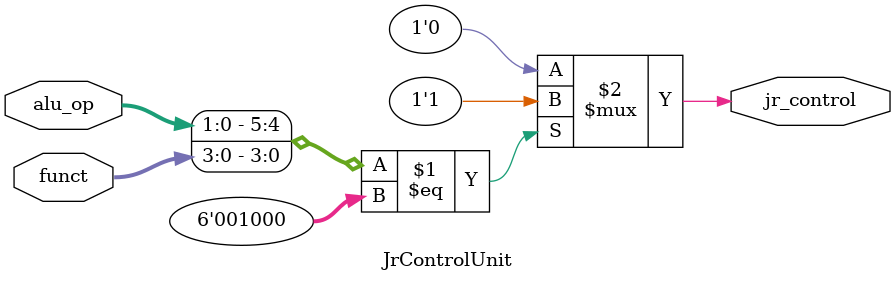
<source format=v>
`timescale 1ps/1ps

module JrControlUnit(
    input [1:0] alu_op,
    input [3:0] funct,
    output jr_control
);
    assign jr_control = (({alu_op, funct} == 6'b001000) ? 1'b1 : 1'b0);
endmodule

</source>
